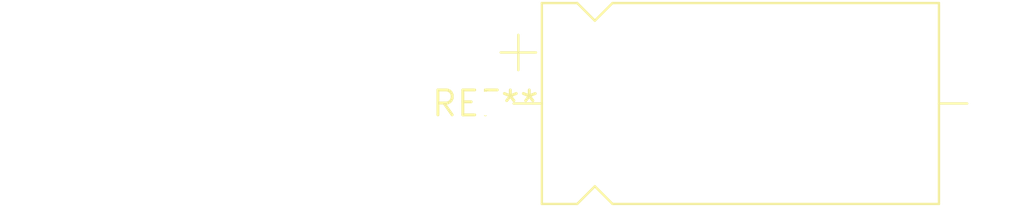
<source format=kicad_pcb>
(kicad_pcb (version 20240108) (generator pcbnew)
  (layers (0 "F.Cu" signal) (31 "B.Cu" signal) (34 "B.Paste" user) (35 "F.Paste" user) (36 "B.SilkS" user "B.Silkscreen") (37 "F.SilkS" user "F.Silkscreen") (38 "B.Mask" user) (39 "F.Mask" user) (44 "Edge.Cuts" user))
  (net 0 "")
  (footprint "CP_Axial_L20.0mm_D10.0mm_P26.00mm_Horizontal" (layer "F.Cu") (at 0 0)
    (property "Reference" "REF**")
    (property "Value" "CP_Axial_L20.0mm_D10.0mm_P26.00mm_Horizontal")
    (fp_line (start 0.78 -2.6) (end 2.58 -2.6) (layer "F.SilkS") (stroke (width 0.12)))
    (fp_line (start 1.44 0) (end 2.88 0) (layer "F.SilkS") (stroke (width 0.12)))
    (fp_line (start 1.68 -3.5) (end 1.68 -1.7) (layer "F.SilkS") (stroke (width 0.12)))
    (fp_line (start 2.88 -5.12) (end 2.88 5.12) (layer "F.SilkS") (stroke (width 0.12)))
    (fp_line (start 2.88 -5.12) (end 4.68 -5.12) (layer "F.SilkS") (stroke (width 0.12)))
    (fp_line (start 2.88 5.12) (end 4.68 5.12) (layer "F.SilkS") (stroke (width 0.12)))
    (fp_line (start 4.68 -5.12) (end 5.58 -4.22) (layer "F.SilkS") (stroke (width 0.12)))
    (fp_line (start 4.68 5.12) (end 5.58 4.22) (layer "F.SilkS") (stroke (width 0.12)))
    (fp_line (start 5.58 -4.22) (end 6.48 -5.12) (layer "F.SilkS") (stroke (width 0.12)))
    (fp_line (start 5.58 4.22) (end 6.48 5.12) (layer "F.SilkS") (stroke (width 0.12)))
    (fp_line (start 6.48 -5.12) (end 23.12 -5.12) (layer "F.SilkS") (stroke (width 0.12)))
    (fp_line (start 6.48 5.12) (end 23.12 5.12) (layer "F.SilkS") (stroke (width 0.12)))
    (fp_line (start 23.12 -5.12) (end 23.12 5.12) (layer "F.SilkS") (stroke (width 0.12)))
    (fp_line (start 24.56 0) (end 23.12 0) (layer "F.SilkS") (stroke (width 0.12)))
    (pad "1" thru_hole rect (at 0 0) (size 2.4 2.4) (drill 1.2) (layers *.Cu *.Mask) (remove_unused_layers))
    (pad "2" thru_hole oval (at 26 0) (size 2.4 2.4) (drill 1.2) (layers *.Cu *.Mask) (remove_unused_layers))
  )
)
</source>
